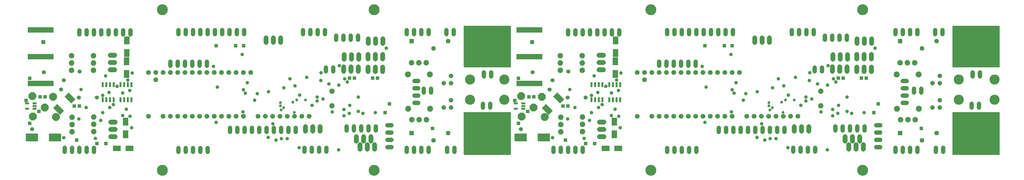
<source format=gbs>
G75*
%MOIN*%
%OFA0B0*%
%FSLAX25Y25*%
%IPPOS*%
%LPD*%
%AMOC8*
5,1,8,0,0,1.08239X$1,22.5*
%
%ADD10C,0.01600*%
%ADD11R,0.07800X0.10700*%
%ADD12R,0.10700X0.07800*%
%ADD13C,0.06800*%
%ADD14OC8,0.10800*%
%ADD15C,0.06600*%
%ADD16C,0.07550*%
%ADD17R,0.02900X0.07100*%
%ADD18C,0.07300*%
%ADD19C,0.06000*%
%ADD20R,0.16548X0.10643*%
%ADD21R,0.35800X0.07800*%
%ADD22R,0.06343X0.06343*%
%ADD23C,0.06343*%
%ADD24OC8,0.06000*%
%ADD25C,0.08200*%
%ADD26R,0.04737X0.05131*%
%ADD27R,0.07887X0.13398*%
%ADD28R,0.05524X0.03162*%
%ADD29C,0.14973*%
%ADD30C,0.13792*%
%ADD31C,0.04762*%
%ADD32R,0.04762X0.04762*%
%ADD33C,0.03900*%
%ADD34C,0.05550*%
%ADD35R,0.05550X0.05550*%
%ADD36R,0.03900X0.03900*%
D10*
X0719526Y0125902D02*
X0719526Y0182988D01*
X0782518Y0182988D01*
X0782518Y0125902D01*
X0719526Y0125902D01*
X0719526Y0127130D02*
X0782518Y0127130D01*
X0782518Y0128729D02*
X0719526Y0128729D01*
X0719526Y0130327D02*
X0782518Y0130327D01*
X0782518Y0131926D02*
X0719526Y0131926D01*
X0719526Y0133524D02*
X0782518Y0133524D01*
X0782518Y0135123D02*
X0719526Y0135123D01*
X0719526Y0136721D02*
X0782518Y0136721D01*
X0782518Y0138320D02*
X0719526Y0138320D01*
X0719526Y0139918D02*
X0782518Y0139918D01*
X0782518Y0141517D02*
X0719526Y0141517D01*
X0719526Y0143115D02*
X0782518Y0143115D01*
X0782518Y0144714D02*
X0719526Y0144714D01*
X0719526Y0146312D02*
X0782518Y0146312D01*
X0782518Y0147911D02*
X0719526Y0147911D01*
X0719526Y0149509D02*
X0782518Y0149509D01*
X0782518Y0151108D02*
X0719526Y0151108D01*
X0719526Y0152706D02*
X0782518Y0152706D01*
X0782518Y0154305D02*
X0719526Y0154305D01*
X0719526Y0155903D02*
X0782518Y0155903D01*
X0782518Y0157502D02*
X0719526Y0157502D01*
X0719526Y0159100D02*
X0782518Y0159100D01*
X0782518Y0160699D02*
X0719526Y0160699D01*
X0719526Y0162297D02*
X0782518Y0162297D01*
X0782518Y0163896D02*
X0719526Y0163896D01*
X0719526Y0165494D02*
X0782518Y0165494D01*
X0782518Y0167093D02*
X0719526Y0167093D01*
X0719526Y0168691D02*
X0782518Y0168691D01*
X0782518Y0170290D02*
X0719526Y0170290D01*
X0719526Y0171888D02*
X0782518Y0171888D01*
X0782518Y0173487D02*
X0719526Y0173487D01*
X0719526Y0175085D02*
X0782518Y0175085D01*
X0782518Y0176684D02*
X0719526Y0176684D01*
X0719526Y0178282D02*
X0782518Y0178282D01*
X0782518Y0179881D02*
X0719526Y0179881D01*
X0719526Y0181479D02*
X0782518Y0181479D01*
X0782518Y0245980D02*
X0719526Y0245980D01*
X0719526Y0301098D01*
X0782518Y0301098D01*
X0782518Y0245980D01*
X0782518Y0247018D02*
X0719526Y0247018D01*
X0719526Y0248617D02*
X0782518Y0248617D01*
X0782518Y0250215D02*
X0719526Y0250215D01*
X0719526Y0251814D02*
X0782518Y0251814D01*
X0782518Y0253412D02*
X0719526Y0253412D01*
X0719526Y0255011D02*
X0782518Y0255011D01*
X0782518Y0256610D02*
X0719526Y0256610D01*
X0719526Y0258208D02*
X0782518Y0258208D01*
X0782518Y0259807D02*
X0719526Y0259807D01*
X0719526Y0261405D02*
X0782518Y0261405D01*
X0782518Y0263004D02*
X0719526Y0263004D01*
X0719526Y0264602D02*
X0782518Y0264602D01*
X0782518Y0266201D02*
X0719526Y0266201D01*
X0719526Y0267799D02*
X0782518Y0267799D01*
X0782518Y0269398D02*
X0719526Y0269398D01*
X0719526Y0270996D02*
X0782518Y0270996D01*
X0782518Y0272595D02*
X0719526Y0272595D01*
X0719526Y0274193D02*
X0782518Y0274193D01*
X0782518Y0275792D02*
X0719526Y0275792D01*
X0719526Y0277390D02*
X0782518Y0277390D01*
X0782518Y0278989D02*
X0719526Y0278989D01*
X0719526Y0280587D02*
X0782518Y0280587D01*
X0782518Y0282186D02*
X0719526Y0282186D01*
X0719526Y0283784D02*
X0782518Y0283784D01*
X0782518Y0285383D02*
X0719526Y0285383D01*
X0719526Y0286981D02*
X0782518Y0286981D01*
X0782518Y0288580D02*
X0719526Y0288580D01*
X0719526Y0290178D02*
X0782518Y0290178D01*
X0782518Y0291777D02*
X0719526Y0291777D01*
X0719526Y0293375D02*
X0782518Y0293375D01*
X0782518Y0294974D02*
X0719526Y0294974D01*
X0719526Y0296572D02*
X0782518Y0296572D01*
X0782518Y0298171D02*
X0719526Y0298171D01*
X0719526Y0299769D02*
X0782518Y0299769D01*
X1388817Y0299769D02*
X1451809Y0299769D01*
X1451809Y0301098D02*
X1388817Y0301098D01*
X1388817Y0245980D01*
X1451809Y0245980D01*
X1451809Y0301098D01*
X1451809Y0298171D02*
X1388817Y0298171D01*
X1388817Y0296572D02*
X1451809Y0296572D01*
X1451809Y0294974D02*
X1388817Y0294974D01*
X1388817Y0293375D02*
X1451809Y0293375D01*
X1451809Y0291777D02*
X1388817Y0291777D01*
X1388817Y0290178D02*
X1451809Y0290178D01*
X1451809Y0288580D02*
X1388817Y0288580D01*
X1388817Y0286981D02*
X1451809Y0286981D01*
X1451809Y0285383D02*
X1388817Y0285383D01*
X1388817Y0283784D02*
X1451809Y0283784D01*
X1451809Y0282186D02*
X1388817Y0282186D01*
X1388817Y0280587D02*
X1451809Y0280587D01*
X1451809Y0278989D02*
X1388817Y0278989D01*
X1388817Y0277390D02*
X1451809Y0277390D01*
X1451809Y0275792D02*
X1388817Y0275792D01*
X1388817Y0274193D02*
X1451809Y0274193D01*
X1451809Y0272595D02*
X1388817Y0272595D01*
X1388817Y0270996D02*
X1451809Y0270996D01*
X1451809Y0269398D02*
X1388817Y0269398D01*
X1388817Y0267799D02*
X1451809Y0267799D01*
X1451809Y0266201D02*
X1388817Y0266201D01*
X1388817Y0264602D02*
X1451809Y0264602D01*
X1451809Y0263004D02*
X1388817Y0263004D01*
X1388817Y0261405D02*
X1451809Y0261405D01*
X1451809Y0259807D02*
X1388817Y0259807D01*
X1388817Y0258208D02*
X1451809Y0258208D01*
X1451809Y0256610D02*
X1388817Y0256610D01*
X1388817Y0255011D02*
X1451809Y0255011D01*
X1451809Y0253412D02*
X1388817Y0253412D01*
X1388817Y0251814D02*
X1451809Y0251814D01*
X1451809Y0250215D02*
X1388817Y0250215D01*
X1388817Y0248617D02*
X1451809Y0248617D01*
X1451809Y0247018D02*
X1388817Y0247018D01*
X1388817Y0182988D02*
X1388817Y0125902D01*
X1451809Y0125902D01*
X1451809Y0182988D01*
X1388817Y0182988D01*
X1388817Y0181479D02*
X1451809Y0181479D01*
X1451809Y0179881D02*
X1388817Y0179881D01*
X1388817Y0178282D02*
X1451809Y0178282D01*
X1451809Y0176684D02*
X1388817Y0176684D01*
X1388817Y0175085D02*
X1451809Y0175085D01*
X1451809Y0173487D02*
X1388817Y0173487D01*
X1388817Y0171888D02*
X1451809Y0171888D01*
X1451809Y0170290D02*
X1388817Y0170290D01*
X1388817Y0168691D02*
X1451809Y0168691D01*
X1451809Y0167093D02*
X1388817Y0167093D01*
X1388817Y0165494D02*
X1451809Y0165494D01*
X1451809Y0163896D02*
X1388817Y0163896D01*
X1388817Y0162297D02*
X1451809Y0162297D01*
X1451809Y0160699D02*
X1388817Y0160699D01*
X1388817Y0159100D02*
X1451809Y0159100D01*
X1451809Y0157502D02*
X1388817Y0157502D01*
X1388817Y0155903D02*
X1451809Y0155903D01*
X1451809Y0154305D02*
X1388817Y0154305D01*
X1388817Y0152706D02*
X1451809Y0152706D01*
X1451809Y0151108D02*
X1388817Y0151108D01*
X1388817Y0149509D02*
X1451809Y0149509D01*
X1451809Y0147911D02*
X1388817Y0147911D01*
X1388817Y0146312D02*
X1451809Y0146312D01*
X1451809Y0144714D02*
X1388817Y0144714D01*
X1388817Y0143115D02*
X1451809Y0143115D01*
X1451809Y0141517D02*
X1388817Y0141517D01*
X1388817Y0139918D02*
X1451809Y0139918D01*
X1451809Y0138320D02*
X1388817Y0138320D01*
X1388817Y0136721D02*
X1451809Y0136721D01*
X1451809Y0135123D02*
X1388817Y0135123D01*
X1388817Y0133524D02*
X1451809Y0133524D01*
X1451809Y0131926D02*
X1388817Y0131926D01*
X1388817Y0130327D02*
X1451809Y0130327D01*
X1451809Y0128729D02*
X1388817Y0128729D01*
X1388817Y0127130D02*
X1451809Y0127130D01*
D11*
X0925058Y0153320D03*
X0925058Y0170720D03*
X0926415Y0235910D03*
X0926415Y0253310D03*
X0926691Y0264613D03*
X0926691Y0282013D03*
X0257400Y0282013D03*
X0257400Y0264613D03*
X0257124Y0253310D03*
X0257124Y0235910D03*
X0255767Y0170720D03*
X0255767Y0153320D03*
D12*
X0261243Y0133961D03*
X0243843Y0133961D03*
X0913134Y0133961D03*
X0930534Y0133961D03*
D13*
X0910872Y0149988D02*
X0904872Y0149988D01*
X0904872Y0159988D02*
X0910872Y0159988D01*
X0910872Y0169988D02*
X0904872Y0169988D01*
X1171363Y0163490D02*
X1171363Y0157490D01*
X1181363Y0157490D02*
X1181363Y0163490D01*
X1191363Y0163490D02*
X1191363Y0157490D01*
X1241285Y0149955D02*
X1241285Y0143955D01*
X1246085Y0138744D02*
X1246085Y0132744D01*
X1256085Y0132744D02*
X1256085Y0138744D01*
X1251285Y0143955D02*
X1251285Y0149955D01*
X1261285Y0149955D02*
X1261285Y0143955D01*
X1266085Y0138744D02*
X1266085Y0132744D01*
X1267266Y0239366D02*
X1267266Y0245366D01*
X1277266Y0245366D02*
X1277266Y0239366D01*
X1257266Y0239366D02*
X1257266Y0245366D01*
X1243801Y0245681D02*
X1243801Y0239681D01*
X1233801Y0239681D02*
X1233801Y0245681D01*
X1223801Y0245681D02*
X1223801Y0239681D01*
X1224589Y0256374D02*
X1224589Y0262374D01*
X1234589Y0262374D02*
X1234589Y0256374D01*
X1244589Y0256374D02*
X1244589Y0262374D01*
X1257266Y0262453D02*
X1257266Y0256453D01*
X1267266Y0256453D02*
X1267266Y0262453D01*
X1277266Y0262453D02*
X1277266Y0256453D01*
X1277392Y0277835D02*
X1277392Y0283835D01*
X1267392Y0283835D02*
X1267392Y0277835D01*
X1257392Y0277835D02*
X1257392Y0283835D01*
X1137404Y0285382D02*
X1137404Y0279382D01*
X1127404Y0279382D02*
X1127404Y0285382D01*
X1117404Y0285382D02*
X1117404Y0279382D01*
X0910085Y0261650D02*
X0904085Y0261650D01*
X0904085Y0251650D02*
X0910085Y0251650D01*
X0910085Y0241650D02*
X0904085Y0241650D01*
X0607974Y0239366D02*
X0607974Y0245366D01*
X0597974Y0245366D02*
X0597974Y0239366D01*
X0587974Y0239366D02*
X0587974Y0245366D01*
X0574510Y0245681D02*
X0574510Y0239681D01*
X0564510Y0239681D02*
X0564510Y0245681D01*
X0554510Y0245681D02*
X0554510Y0239681D01*
X0555297Y0256374D02*
X0555297Y0262374D01*
X0565297Y0262374D02*
X0565297Y0256374D01*
X0575297Y0256374D02*
X0575297Y0262374D01*
X0587974Y0262453D02*
X0587974Y0256453D01*
X0597974Y0256453D02*
X0597974Y0262453D01*
X0607974Y0262453D02*
X0607974Y0256453D01*
X0608100Y0277835D02*
X0608100Y0283835D01*
X0598100Y0283835D02*
X0598100Y0277835D01*
X0588100Y0277835D02*
X0588100Y0283835D01*
X0468112Y0285382D02*
X0468112Y0279382D01*
X0458112Y0279382D02*
X0458112Y0285382D01*
X0448112Y0285382D02*
X0448112Y0279382D01*
X0240793Y0261650D02*
X0234793Y0261650D01*
X0234793Y0251650D02*
X0240793Y0251650D01*
X0240793Y0241650D02*
X0234793Y0241650D01*
X0235581Y0169988D02*
X0241581Y0169988D01*
X0241581Y0159988D02*
X0235581Y0159988D01*
X0235581Y0149988D02*
X0241581Y0149988D01*
X0502072Y0157490D02*
X0502072Y0163490D01*
X0512072Y0163490D02*
X0512072Y0157490D01*
X0522072Y0157490D02*
X0522072Y0163490D01*
X0571993Y0149955D02*
X0571993Y0143955D01*
X0576793Y0138744D02*
X0576793Y0132744D01*
X0586793Y0132744D02*
X0586793Y0138744D01*
X0581993Y0143955D02*
X0581993Y0149955D01*
X0591993Y0149955D02*
X0591993Y0143955D01*
X0596793Y0138744D02*
X0596793Y0132744D01*
D14*
X0798305Y0177516D03*
X0829801Y0176807D03*
X0814407Y0189878D03*
X0825707Y0204484D03*
X0797360Y0205665D03*
X0160510Y0176807D03*
X0129014Y0177516D03*
X0145116Y0189878D03*
X0156415Y0204484D03*
X0128069Y0205665D03*
D15*
X0287100Y0177862D03*
X0307100Y0177862D03*
X0317100Y0177862D03*
X0327100Y0177862D03*
X0337100Y0177862D03*
X0347100Y0177862D03*
X0357100Y0177862D03*
X0367100Y0177862D03*
X0377100Y0177862D03*
X0387100Y0177862D03*
X0397100Y0177862D03*
X0407100Y0177862D03*
X0417100Y0177862D03*
X0437100Y0177862D03*
X0447100Y0177862D03*
X0457100Y0177862D03*
X0467100Y0177862D03*
X0477100Y0177862D03*
X0487100Y0177862D03*
X0497100Y0177862D03*
X0507100Y0177862D03*
X0297100Y0227862D03*
X0297100Y0237862D03*
X0287100Y0237862D03*
X0307100Y0237862D03*
X0317100Y0237862D03*
X0327100Y0237862D03*
X0337100Y0237862D03*
X0347100Y0237862D03*
X0357100Y0237862D03*
X0367100Y0237862D03*
X0377100Y0237862D03*
X0387100Y0237862D03*
X0397100Y0237862D03*
X0407100Y0237862D03*
X0417100Y0237862D03*
X0427100Y0237862D03*
X0956392Y0237862D03*
X0966392Y0237862D03*
X0976392Y0237862D03*
X0986392Y0237862D03*
X0996392Y0237862D03*
X1006392Y0237862D03*
X1016392Y0237862D03*
X1026392Y0237862D03*
X1036392Y0237862D03*
X1046392Y0237862D03*
X1056392Y0237862D03*
X1066392Y0237862D03*
X1076392Y0237862D03*
X1086392Y0237862D03*
X1096392Y0237862D03*
X0966392Y0227862D03*
X0976392Y0177862D03*
X0986392Y0177862D03*
X0996392Y0177862D03*
X1006392Y0177862D03*
X1016392Y0177862D03*
X1026392Y0177862D03*
X1036392Y0177862D03*
X1046392Y0177862D03*
X1056392Y0177862D03*
X1066392Y0177862D03*
X1076392Y0177862D03*
X1086392Y0177862D03*
X1106392Y0177862D03*
X1116392Y0177862D03*
X1126392Y0177862D03*
X1136392Y0177862D03*
X1146392Y0177862D03*
X1156392Y0177862D03*
X1166392Y0177862D03*
X1176392Y0177862D03*
X0956392Y0177862D03*
D16*
X0881376Y0177043D03*
X0851967Y0176650D03*
X0851967Y0166650D03*
X0881376Y0167043D03*
X0881376Y0157043D03*
X0851967Y0156650D03*
X0667852Y0173146D03*
X0657852Y0173146D03*
X0647852Y0173146D03*
X0851289Y0240862D03*
X0881085Y0240941D03*
X0881085Y0250941D03*
X0851289Y0250862D03*
X0851289Y0260862D03*
X0881085Y0260941D03*
X0667360Y0251394D03*
X0657360Y0251394D03*
X0647360Y0251394D03*
X0211793Y0250941D03*
X0181998Y0250862D03*
X0181998Y0240862D03*
X0211793Y0240941D03*
X0211793Y0260941D03*
X0181998Y0260862D03*
X0182675Y0176650D03*
X0212085Y0177043D03*
X0212085Y0167043D03*
X0182675Y0166650D03*
X0182675Y0156650D03*
X0212085Y0157043D03*
X1317144Y0173146D03*
X1327144Y0173146D03*
X1337144Y0173146D03*
X1336652Y0251394D03*
X1326652Y0251394D03*
X1316652Y0251394D03*
D17*
X0933246Y0221312D03*
X0928246Y0221312D03*
X0923246Y0221312D03*
X0918246Y0221312D03*
X0908837Y0221312D03*
X0903837Y0221312D03*
X0898837Y0221312D03*
X0893837Y0221312D03*
X0893837Y0200412D03*
X0898837Y0200412D03*
X0903837Y0200412D03*
X0908837Y0200412D03*
X0918246Y0200412D03*
X0923246Y0200412D03*
X0928246Y0200412D03*
X0933246Y0200412D03*
X0263955Y0200412D03*
X0258955Y0200412D03*
X0253955Y0200412D03*
X0248955Y0200412D03*
X0239545Y0200412D03*
X0234545Y0200412D03*
X0229545Y0200412D03*
X0224545Y0200412D03*
X0224545Y0221312D03*
X0229545Y0221312D03*
X0234545Y0221312D03*
X0239545Y0221312D03*
X0248955Y0221312D03*
X0253955Y0221312D03*
X0258955Y0221312D03*
X0263955Y0221312D03*
D18*
X0538435Y0212185D03*
X0538435Y0192185D03*
X1207726Y0192185D03*
X1207726Y0212185D03*
D19*
X1209526Y0239443D02*
X1209526Y0244643D01*
X1199526Y0244643D02*
X1199526Y0239443D01*
X1320185Y0226240D02*
X1325385Y0226240D01*
X1325385Y0216240D02*
X1320185Y0216240D01*
X1335352Y0215608D02*
X1335352Y0210408D01*
X1345352Y0210408D02*
X1345352Y0215608D01*
X1325385Y0206240D02*
X1320185Y0206240D01*
X1320185Y0196240D02*
X1325385Y0196240D01*
X1414585Y0194939D02*
X1414585Y0189739D01*
X1424585Y0189739D02*
X1424585Y0194939D01*
X1289055Y0165429D02*
X1283855Y0165429D01*
X1267959Y0163738D02*
X1267959Y0158538D01*
X1257959Y0158538D02*
X1257959Y0163738D01*
X1247959Y0163738D02*
X1247959Y0158538D01*
X1237959Y0158538D02*
X1237959Y0163738D01*
X1227959Y0163738D02*
X1227959Y0158538D01*
X1283855Y0155429D02*
X1289055Y0155429D01*
X1289055Y0145429D02*
X1283855Y0145429D01*
X1283855Y0135429D02*
X1289055Y0135429D01*
X1310254Y0134407D02*
X1310254Y0129207D01*
X1320254Y0129207D02*
X1320254Y0134407D01*
X1330254Y0134407D02*
X1330254Y0129207D01*
X1340254Y0129207D02*
X1340254Y0134407D01*
X1365372Y0134407D02*
X1365372Y0129207D01*
X1375372Y0129207D02*
X1375372Y0134407D01*
X1200230Y0134607D02*
X1200230Y0129407D01*
X1190230Y0129407D02*
X1190230Y0134607D01*
X1180230Y0134607D02*
X1180230Y0129407D01*
X1170230Y0129407D02*
X1170230Y0134607D01*
X1158176Y0156566D02*
X1158176Y0161766D01*
X1148176Y0161766D02*
X1148176Y0156566D01*
X1138176Y0156566D02*
X1138176Y0161766D01*
X1128176Y0161766D02*
X1128176Y0156566D01*
X1118176Y0156566D02*
X1118176Y0161766D01*
X1108176Y0161766D02*
X1108176Y0156566D01*
X1098176Y0156566D02*
X1098176Y0161766D01*
X1088176Y0161766D02*
X1088176Y0156566D01*
X1078176Y0156566D02*
X1078176Y0161766D01*
X1068176Y0161766D02*
X1068176Y0156566D01*
X1037427Y0134293D02*
X1037427Y0129093D01*
X1027427Y0129093D02*
X1027427Y0134293D01*
X1017427Y0134293D02*
X1017427Y0129093D01*
X1007427Y0129093D02*
X1007427Y0134293D01*
X0997427Y0134293D02*
X0997427Y0129093D01*
X0881886Y0129233D02*
X0881886Y0134433D01*
X0871886Y0134433D02*
X0871886Y0129233D01*
X0861886Y0129233D02*
X0861886Y0134433D01*
X0851886Y0134433D02*
X0851886Y0129233D01*
X0841886Y0129233D02*
X0841886Y0134433D01*
X0706081Y0134407D02*
X0706081Y0129207D01*
X0696081Y0129207D02*
X0696081Y0134407D01*
X0670963Y0134407D02*
X0670963Y0129207D01*
X0660963Y0129207D02*
X0660963Y0134407D01*
X0650963Y0134407D02*
X0650963Y0129207D01*
X0640963Y0129207D02*
X0640963Y0134407D01*
X0619763Y0135429D02*
X0614563Y0135429D01*
X0614563Y0145429D02*
X0619763Y0145429D01*
X0619763Y0155429D02*
X0614563Y0155429D01*
X0598667Y0158538D02*
X0598667Y0163738D01*
X0588667Y0163738D02*
X0588667Y0158538D01*
X0578667Y0158538D02*
X0578667Y0163738D01*
X0568667Y0163738D02*
X0568667Y0158538D01*
X0558667Y0158538D02*
X0558667Y0163738D01*
X0614563Y0165429D02*
X0619763Y0165429D01*
X0651359Y0196366D02*
X0656559Y0196366D01*
X0656559Y0206366D02*
X0651359Y0206366D01*
X0664093Y0210408D02*
X0664093Y0215608D01*
X0656559Y0216366D02*
X0651359Y0216366D01*
X0674093Y0215608D02*
X0674093Y0210408D01*
X0745293Y0194939D02*
X0745293Y0189739D01*
X0755293Y0189739D02*
X0755293Y0194939D01*
X0656559Y0226366D02*
X0651359Y0226366D01*
X0746437Y0232683D02*
X0746437Y0237883D01*
X0756437Y0237883D02*
X0756437Y0232683D01*
X0574211Y0283010D02*
X0574211Y0288210D01*
X0564211Y0288210D02*
X0564211Y0283010D01*
X0554211Y0283010D02*
X0554211Y0288210D01*
X0544211Y0288210D02*
X0544211Y0283010D01*
X0528738Y0290624D02*
X0528738Y0295824D01*
X0518738Y0295824D02*
X0518738Y0290624D01*
X0508738Y0290624D02*
X0508738Y0295824D01*
X0498738Y0295824D02*
X0498738Y0290624D01*
X0418069Y0290624D02*
X0418069Y0295824D01*
X0408069Y0295824D02*
X0408069Y0290624D01*
X0398069Y0290624D02*
X0398069Y0295824D01*
X0388069Y0295824D02*
X0388069Y0290624D01*
X0378069Y0290624D02*
X0378069Y0295824D01*
X0368069Y0295824D02*
X0368069Y0290624D01*
X0358069Y0290624D02*
X0358069Y0295824D01*
X0348069Y0295824D02*
X0348069Y0290624D01*
X0338069Y0290624D02*
X0338069Y0295824D01*
X0328069Y0295824D02*
X0328069Y0290624D01*
X0262595Y0290333D02*
X0262595Y0295533D01*
X0252595Y0295533D02*
X0252595Y0290333D01*
X0242595Y0290333D02*
X0242595Y0295533D01*
X0232595Y0295533D02*
X0232595Y0290333D01*
X0222595Y0290333D02*
X0222595Y0295533D01*
X0212595Y0295533D02*
X0212595Y0290333D01*
X0202595Y0290333D02*
X0202595Y0295533D01*
X0192595Y0295533D02*
X0192595Y0290333D01*
X0317065Y0252517D02*
X0317065Y0247317D01*
X0327065Y0247317D02*
X0327065Y0252517D01*
X0337065Y0252517D02*
X0337065Y0247317D01*
X0347065Y0247317D02*
X0347065Y0252517D01*
X0357065Y0252517D02*
X0357065Y0247317D01*
X0367065Y0247317D02*
X0367065Y0252517D01*
X0530234Y0244643D02*
X0530234Y0239443D01*
X0540234Y0239443D02*
X0540234Y0244643D01*
X0640963Y0290624D02*
X0640963Y0295824D01*
X0650963Y0295824D02*
X0650963Y0290624D01*
X0660963Y0290624D02*
X0660963Y0295824D01*
X0670963Y0295824D02*
X0670963Y0290624D01*
X0695077Y0290624D02*
X0695077Y0295824D01*
X0705077Y0295824D02*
X0705077Y0290624D01*
X0861886Y0290333D02*
X0861886Y0295533D01*
X0871886Y0295533D02*
X0871886Y0290333D01*
X0881886Y0290333D02*
X0881886Y0295533D01*
X0891886Y0295533D02*
X0891886Y0290333D01*
X0901886Y0290333D02*
X0901886Y0295533D01*
X0911886Y0295533D02*
X0911886Y0290333D01*
X0921886Y0290333D02*
X0921886Y0295533D01*
X0931886Y0295533D02*
X0931886Y0290333D01*
X0997360Y0290624D02*
X0997360Y0295824D01*
X1007360Y0295824D02*
X1007360Y0290624D01*
X1017360Y0290624D02*
X1017360Y0295824D01*
X1027360Y0295824D02*
X1027360Y0290624D01*
X1037360Y0290624D02*
X1037360Y0295824D01*
X1047360Y0295824D02*
X1047360Y0290624D01*
X1057360Y0290624D02*
X1057360Y0295824D01*
X1067360Y0295824D02*
X1067360Y0290624D01*
X1077360Y0290624D02*
X1077360Y0295824D01*
X1087360Y0295824D02*
X1087360Y0290624D01*
X1168030Y0290624D02*
X1168030Y0295824D01*
X1178030Y0295824D02*
X1178030Y0290624D01*
X1188030Y0290624D02*
X1188030Y0295824D01*
X1198030Y0295824D02*
X1198030Y0290624D01*
X1213502Y0288210D02*
X1213502Y0283010D01*
X1223502Y0283010D02*
X1223502Y0288210D01*
X1233502Y0288210D02*
X1233502Y0283010D01*
X1243502Y0283010D02*
X1243502Y0288210D01*
X1310254Y0290624D02*
X1310254Y0295824D01*
X1320254Y0295824D02*
X1320254Y0290624D01*
X1330254Y0290624D02*
X1330254Y0295824D01*
X1340254Y0295824D02*
X1340254Y0290624D01*
X1364368Y0290624D02*
X1364368Y0295824D01*
X1374368Y0295824D02*
X1374368Y0290624D01*
X1415729Y0237883D02*
X1415729Y0232683D01*
X1425729Y0232683D02*
X1425729Y0237883D01*
X1036356Y0247317D02*
X1036356Y0252517D01*
X1026356Y0252517D02*
X1026356Y0247317D01*
X1016356Y0247317D02*
X1016356Y0252517D01*
X1006356Y0252517D02*
X1006356Y0247317D01*
X0996356Y0247317D02*
X0996356Y0252517D01*
X0986356Y0252517D02*
X0986356Y0247317D01*
X0530938Y0134607D02*
X0530938Y0129407D01*
X0520938Y0129407D02*
X0520938Y0134607D01*
X0510938Y0134607D02*
X0510938Y0129407D01*
X0500938Y0129407D02*
X0500938Y0134607D01*
X0488885Y0156566D02*
X0488885Y0161766D01*
X0478885Y0161766D02*
X0478885Y0156566D01*
X0468885Y0156566D02*
X0468885Y0161766D01*
X0458885Y0161766D02*
X0458885Y0156566D01*
X0448885Y0156566D02*
X0448885Y0161766D01*
X0438885Y0161766D02*
X0438885Y0156566D01*
X0428885Y0156566D02*
X0428885Y0161766D01*
X0418885Y0161766D02*
X0418885Y0156566D01*
X0408885Y0156566D02*
X0408885Y0161766D01*
X0398885Y0161766D02*
X0398885Y0156566D01*
X0368136Y0134293D02*
X0368136Y0129093D01*
X0358136Y0129093D02*
X0358136Y0134293D01*
X0348136Y0134293D02*
X0348136Y0129093D01*
X0338136Y0129093D02*
X0338136Y0134293D01*
X0328136Y0134293D02*
X0328136Y0129093D01*
X0212595Y0129233D02*
X0212595Y0134433D01*
X0202595Y0134433D02*
X0202595Y0129233D01*
X0192595Y0129233D02*
X0192595Y0134433D01*
X0182595Y0134433D02*
X0182595Y0129233D01*
X0172595Y0129233D02*
X0172595Y0134433D01*
D20*
X0159156Y0148933D03*
X0127659Y0148933D03*
X0796951Y0148933D03*
X0828447Y0148933D03*
D21*
X0808730Y0222988D03*
X0808730Y0259602D03*
X0808730Y0296295D03*
X0139439Y0296295D03*
X0139439Y0259602D03*
X0139439Y0222988D03*
D22*
X0647380Y0280843D03*
X0647380Y0154858D03*
X1316671Y0154858D03*
X1316671Y0280843D03*
D23*
X1346671Y0270843D03*
X1366671Y0280843D03*
X1366671Y0154858D03*
X1346671Y0144858D03*
X0697380Y0154858D03*
X0677380Y0144858D03*
X0677380Y0270843D03*
X0697380Y0280843D03*
D24*
X0701396Y0233264D03*
X0701396Y0223264D03*
X0691396Y0223264D03*
X0701396Y0199799D03*
X0701396Y0189799D03*
X0691396Y0189799D03*
X1360687Y0189799D03*
X1370687Y0189799D03*
X1370687Y0199799D03*
X1370687Y0223264D03*
X1360687Y0223264D03*
X1370687Y0233264D03*
D25*
X1341809Y0235154D03*
X1311809Y0235154D03*
X1312301Y0188402D03*
X1342301Y0188402D03*
X0673010Y0188402D03*
X0643010Y0188402D03*
X0642518Y0235154D03*
X0672518Y0235154D03*
D26*
X0600825Y0230232D03*
X0594132Y0230232D03*
X0569329Y0230232D03*
X0562636Y0230232D03*
X0808207Y0204642D03*
X0814900Y0204642D03*
X0854959Y0191846D03*
X0861652Y0191846D03*
X1231927Y0230232D03*
X1238620Y0230232D03*
X1263423Y0230232D03*
X1270116Y0230232D03*
X0192360Y0191846D03*
X0185667Y0191846D03*
X0145608Y0204642D03*
X0138915Y0204642D03*
D27*
G36*
X0172136Y0204982D02*
X0177713Y0210559D01*
X0187186Y0201086D01*
X0181609Y0195509D01*
X0172136Y0204982D01*
G37*
G36*
X0156546Y0189392D02*
X0162123Y0194969D01*
X0171596Y0185496D01*
X0166019Y0179919D01*
X0156546Y0189392D01*
G37*
G36*
X0825838Y0189392D02*
X0831415Y0194969D01*
X0840888Y0185496D01*
X0835311Y0179919D01*
X0825838Y0189392D01*
G37*
G36*
X0841428Y0204982D02*
X0847005Y0210559D01*
X0856478Y0201086D01*
X0850901Y0195509D01*
X0841428Y0204982D01*
G37*
D28*
X0800455Y0195587D03*
X0800455Y0191846D03*
X0800455Y0188106D03*
X0790171Y0188106D03*
X0790171Y0195587D03*
X0131163Y0195587D03*
X0131163Y0191846D03*
X0131163Y0188106D03*
X0120880Y0188106D03*
X0120880Y0195587D03*
D29*
X0306195Y0103933D03*
X0596195Y0103933D03*
X0975195Y0103933D03*
X1265195Y0103933D03*
X1265195Y0323933D03*
X0975195Y0323933D03*
X0596195Y0323933D03*
X0306195Y0323933D03*
D30*
X0727400Y0228264D03*
X0774644Y0228264D03*
X0774644Y0200705D03*
X0727400Y0200705D03*
X1396691Y0200705D03*
X1445904Y0200705D03*
X1445904Y0228264D03*
X1396691Y0228264D03*
D31*
X1243856Y0204366D03*
X1195596Y0201685D03*
X1187553Y0199004D03*
X1187553Y0204366D03*
X1163423Y0207047D03*
X1141974Y0216878D03*
X1157167Y0219559D03*
X1192313Y0226760D03*
X1203640Y0222240D03*
X1217045Y0220453D03*
X1228663Y0224921D03*
X1225089Y0229390D03*
X1192915Y0237433D03*
X1173254Y0231177D03*
X1150018Y0229390D03*
X1091927Y0224028D03*
X1086565Y0214197D03*
X1089246Y0209728D03*
X1105333Y0208835D03*
X1120857Y0211516D03*
X1101758Y0199898D03*
X1085671Y0183811D03*
X1049123Y0169512D03*
X1126781Y0167724D03*
X1120526Y0148957D03*
X1131250Y0145382D03*
X1138400Y0147169D03*
X1146443Y0147169D03*
X1162936Y0134764D03*
X1216770Y0132008D03*
X1224195Y0178449D03*
X1231344Y0182024D03*
X1243856Y0184705D03*
X1250112Y0182024D03*
X1267093Y0182917D03*
X1232238Y0192748D03*
X1224195Y0187386D03*
X1208202Y0183811D03*
X1180404Y0192748D03*
X1050817Y0217772D03*
X0934093Y0237122D03*
X0897675Y0233185D03*
X0928187Y0227464D03*
X0913423Y0218974D03*
X0930920Y0213194D03*
X0921297Y0210055D03*
X0902596Y0210547D03*
X0893738Y0206610D03*
X0864211Y0214484D03*
X0908502Y0193815D03*
X0903581Y0189878D03*
X0893738Y0182988D03*
X0871100Y0189878D03*
X0921297Y0178933D03*
X0931140Y0177812D03*
X0926219Y0187559D03*
X0891278Y0172161D03*
X0861258Y0174130D03*
X0933311Y0162103D03*
X0883896Y0147555D03*
X0840589Y0148539D03*
X0597801Y0182917D03*
X0580821Y0182024D03*
X0574565Y0184705D03*
X0562053Y0182024D03*
X0554904Y0178449D03*
X0538911Y0183811D03*
X0554904Y0187386D03*
X0562947Y0192748D03*
X0526305Y0201685D03*
X0518262Y0199004D03*
X0518262Y0204366D03*
X0494132Y0207047D03*
X0472683Y0216878D03*
X0487876Y0219559D03*
X0523022Y0226760D03*
X0534348Y0222240D03*
X0547754Y0220453D03*
X0559372Y0224921D03*
X0555797Y0229390D03*
X0523624Y0237433D03*
X0503963Y0231177D03*
X0480726Y0229390D03*
X0422636Y0224028D03*
X0381526Y0217772D03*
X0417274Y0214197D03*
X0419955Y0209728D03*
X0436041Y0208835D03*
X0451566Y0211516D03*
X0432467Y0199898D03*
X0416380Y0183811D03*
X0379832Y0169512D03*
X0451234Y0148957D03*
X0461959Y0145382D03*
X0469108Y0147169D03*
X0477152Y0147169D03*
X0493644Y0134764D03*
X0547478Y0132008D03*
X0457490Y0167724D03*
X0511112Y0192748D03*
X0574565Y0204366D03*
X0548648Y0247264D03*
X0612994Y0271394D03*
X0415486Y0262457D03*
X0376163Y0246370D03*
X0264801Y0237122D03*
X0258896Y0227464D03*
X0244132Y0218974D03*
X0261628Y0213194D03*
X0252006Y0210055D03*
X0233305Y0210547D03*
X0224447Y0206610D03*
X0194919Y0214484D03*
X0239211Y0193815D03*
X0234289Y0189878D03*
X0224447Y0182988D03*
X0201809Y0189878D03*
X0191967Y0174130D03*
X0221986Y0172161D03*
X0252006Y0178933D03*
X0261848Y0177812D03*
X0256927Y0187559D03*
X0264019Y0162103D03*
X0214604Y0147555D03*
X0171297Y0148539D03*
X0228384Y0233185D03*
X1045455Y0246370D03*
X1084778Y0262457D03*
X1217939Y0247264D03*
X1282285Y0271394D03*
D32*
X1086652Y0274524D03*
X1075825Y0274524D03*
X1049250Y0274524D03*
X0793837Y0229740D03*
X0788915Y0199720D03*
X0806632Y0184465D03*
X0793837Y0168224D03*
X0858305Y0145094D03*
X0885864Y0140665D03*
X0898167Y0140665D03*
X0676219Y0161335D03*
X0611258Y0182988D03*
X0617163Y0194799D03*
X0417360Y0274524D03*
X0406533Y0274524D03*
X0379959Y0274524D03*
X0124545Y0229740D03*
X0119624Y0199720D03*
X0137341Y0184465D03*
X0124545Y0168224D03*
X0189014Y0145094D03*
X0216573Y0140665D03*
X0228876Y0140665D03*
X1280549Y0182988D03*
X1286455Y0194799D03*
X1345510Y0161335D03*
D33*
X1171636Y0200183D03*
X1159426Y0200123D03*
X1154036Y0197233D03*
X1136986Y0196433D03*
X1136986Y0192233D03*
X1141376Y0189493D03*
X1138236Y0186433D03*
X1156076Y0183313D03*
X0502345Y0200183D03*
X0490135Y0200123D03*
X0484745Y0197233D03*
X0467695Y0196433D03*
X0467695Y0192233D03*
X0472085Y0189493D03*
X0468945Y0186433D03*
X0486785Y0183313D03*
D34*
X0216573Y0203657D03*
X0191967Y0203657D03*
X0167360Y0214484D03*
X0171297Y0227280D03*
X0192951Y0239091D03*
X0143738Y0238106D03*
X0127990Y0160350D03*
X0797281Y0160350D03*
X0861258Y0203657D03*
X0885864Y0203657D03*
X0836652Y0214484D03*
X0840589Y0227280D03*
X0862242Y0239091D03*
X0813030Y0238106D03*
D35*
X0812537Y0279445D03*
X0143246Y0279445D03*
D36*
X0750394Y0279889D03*
X0750394Y0282389D03*
X0752894Y0282389D03*
X0752894Y0279889D03*
X0752894Y0277389D03*
X0750394Y0277389D03*
X0750394Y0274889D03*
X0750394Y0272389D03*
X0750394Y0269889D03*
X0750394Y0267389D03*
X0750394Y0264889D03*
X0752894Y0264889D03*
X0752894Y0267389D03*
X0752894Y0269889D03*
X0752894Y0272389D03*
X0752894Y0274889D03*
X0751789Y0163165D03*
X0751730Y0160665D03*
X0751730Y0158165D03*
X0751730Y0155665D03*
X0751730Y0153165D03*
X0751730Y0150665D03*
X0751730Y0148165D03*
X0751730Y0145665D03*
X0749230Y0145665D03*
X0749230Y0148165D03*
X0749230Y0150665D03*
X0749230Y0153165D03*
X0749230Y0155665D03*
X0749230Y0158165D03*
X0749230Y0160665D03*
X0749230Y0163165D03*
X1418522Y0163165D03*
X1418522Y0160665D03*
X1418522Y0158165D03*
X1418522Y0155665D03*
X1418522Y0153165D03*
X1418522Y0150665D03*
X1418522Y0148165D03*
X1418522Y0145665D03*
X1421022Y0145665D03*
X1421022Y0148165D03*
X1421022Y0150665D03*
X1421022Y0153165D03*
X1421022Y0155665D03*
X1421022Y0158165D03*
X1421022Y0160665D03*
X1421081Y0163165D03*
X1422185Y0264889D03*
X1419685Y0264889D03*
X1419685Y0267389D03*
X1419685Y0269889D03*
X1419685Y0272389D03*
X1419685Y0274889D03*
X1419685Y0277389D03*
X1419685Y0279889D03*
X1419685Y0282389D03*
X1422185Y0282389D03*
X1422185Y0279889D03*
X1422185Y0277389D03*
X1422185Y0274889D03*
X1422185Y0272389D03*
X1422185Y0269889D03*
X1422185Y0267389D03*
M02*

</source>
